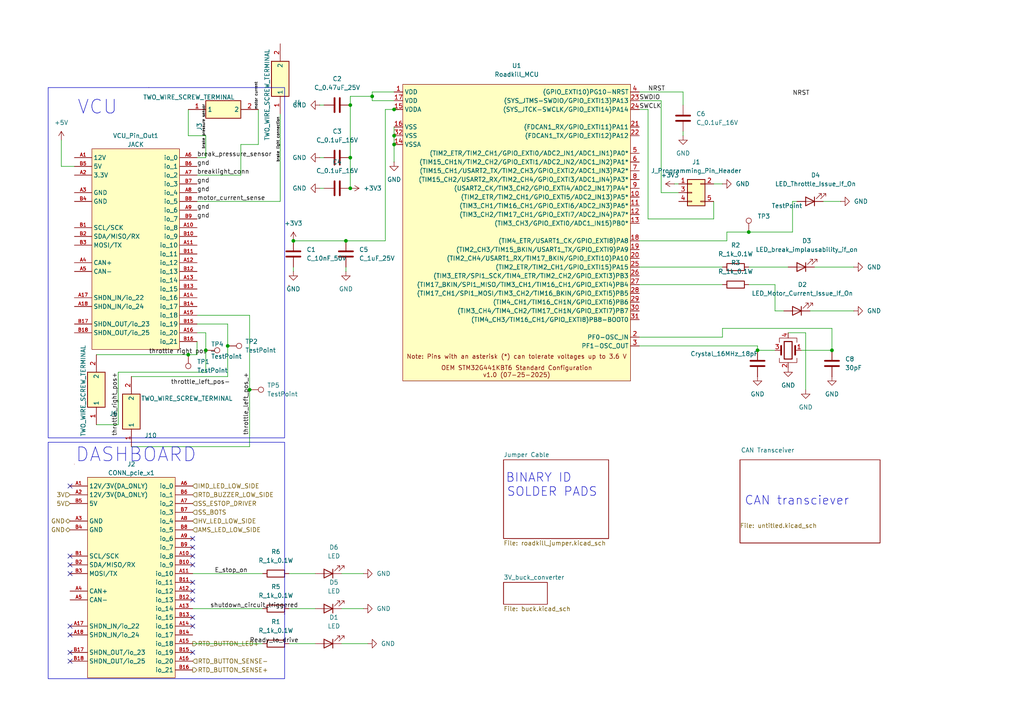
<source format=kicad_sch>
(kicad_sch (version 20250114) (generator "eeschema") (generator_version "9.0")
  (paper "A4")
  (lib_symbols
    (symbol "691412320002:TWO_WIRE_SCREW_TERMINAL"
      (property "Reference" "J" (at 3.81 7.112 0))
      (property "Value" "TWO_WIRE_SCREW_TERMINAL" (at 1.778 4.572 0))
      (symbol "TWO_WIRE_SCREW_TERMINAL_0_1"
        (rectangle (start 31.75 -6.35) (end 31.75 -6.35))
      )
      (symbol "TWO_WIRE_SCREW_TERMINAL_1_1"
        (rectangle (start 5.08 2.54) (end 15.24 -2.54) (stroke (width 0.254)) (fill (type background)))
        (pin passive line (at 0 0 0) (length 5.08) (name "2") (number "2"))
        (pin passive line (at 20.32 0 180) (length 5.08) (name "1") (number "1"))
      )
    )
    (symbol "Connector:TestPoint" (pin_numbers (hide yes)) (pin_names (offset 0.762) (hide yes))
      (property "Reference" "TP" (at 0 6.858 0))
      (property "Value" "TestPoint" (at 0 5.08 0))
      (symbol "TestPoint_0_1"
        (circle (center 0 3.302) (radius 0.762))
      )
      (symbol "TestPoint_1_1"
        (pin passive line (at 0 0 90) (length 2.54) (name "1") (number "1"))
      )
    )
    (symbol "Device:LED" (pin_numbers (hide yes)) (pin_names (offset 1.016) (hide yes))
      (property "Reference" "D" (at 0 2.54 0))
      (property "Value" "LED" (at 0 -2.54 0))
      (symbol "LED_0_1"
        (polyline (pts (xy -3.048 -0.762) (xy -4.572 -2.286) (xy -3.81 -2.286) (xy -4.572 -2.286) (xy -4.572 -1.524)))
        (polyline (pts (xy -1.778 -0.762) (xy -3.302 -2.286) (xy -2.54 -2.286) (xy -3.302 -2.286) (xy -3.302 -1.524)))
        (polyline (pts (xy -1.27 0) (xy 1.27 0)))
        (polyline (pts (xy -1.27 -1.27) (xy -1.27 1.27)) (stroke (width 0.254)))
        (polyline (pts (xy 1.27 -1.27) (xy 1.27 1.27) (xy -1.27 0) (xy 1.27 -1.27)) (stroke (width 0.254)))
      )
      (symbol "LED_1_1"
        (pin passive line (at -3.81 0 0) (length 2.54) (name "K") (number "1"))
        (pin passive line (at 3.81 0 180) (length 2.54) (name "A") (number "2"))
      )
    )
    (symbol "GND_14" (power) (pin_numbers (hide yes)) (pin_names (offset 0) (hide yes))
      (property "Value" "GND" (at 0 -3.81 0))
      (symbol "GND_14_0_1"
        (polyline (pts (xy 0 0) (xy 0 -1.27) (xy 1.27 -1.27) (xy 0 -2.54) (xy -1.27 -1.27) (xy 0 -1.27)))
      )
      (symbol "GND_14_1_1"
        (pin power_in line (at 0 0 270) (length 0) (name "~") (number "1"))
      )
    )
    (symbol "GND_15" (power) (pin_numbers (hide yes)) (pin_names (offset 0) (hide yes))
      (property "Value" "GND" (at 0 -3.81 0))
      (symbol "GND_15_0_1"
        (polyline (pts (xy 0 0) (xy 0 -1.27) (xy 1.27 -1.27) (xy 0 -2.54) (xy -1.27 -1.27) (xy 0 -1.27)))
      )
      (symbol "GND_15_1_1"
        (pin power_in line (at 0 0 270) (length 0) (name "~") (number "1"))
      )
    )
    (symbol "GND_16" (power) (pin_numbers (hide yes)) (pin_names (offset 0) (hide yes))
      (property "Value" "GND" (at 0 -3.81 0))
      (symbol "GND_16_0_1"
        (polyline (pts (xy 0 0) (xy 0 -1.27) (xy 1.27 -1.27) (xy 0 -2.54) (xy -1.27 -1.27) (xy 0 -1.27)))
      )
      (symbol "GND_16_1_1"
        (pin power_in line (at 0 0 270) (length 0) (name "~") (number "1"))
      )
    )
    (symbol "GND_17" (power) (pin_numbers (hide yes)) (pin_names (offset 0) (hide yes))
      (property "Value" "GND" (at 0 -3.81 0))
      (symbol "GND_17_0_1"
        (polyline (pts (xy 0 0) (xy 0 -1.27) (xy 1.27 -1.27) (xy 0 -2.54) (xy -1.27 -1.27) (xy 0 -1.27)))
      )
      (symbol "GND_17_1_1"
        (pin power_in line (at 0 0 270) (length 0) (name "~") (number "1"))
      )
    )
    (symbol "OEM:30pF" (pin_numbers (hide yes)) (pin_names (offset 0.254))
      (property "Reference" "C" (at 0.635 2.54 0))
      (property "Value" "30pF" (at 0.635 -2.54 0))
      (symbol "30pF_0_1"
        (polyline (pts (xy -2.032 0.762) (xy 2.032 0.762)) (stroke (width 0.508)))
        (polyline (pts (xy -2.032 -0.762) (xy 2.032 -0.762)) (stroke (width 0.508)))
      )
      (symbol "30pF_1_1"
        (pin passive line (at 0 3.81 270) (length 2.794) (name "~") (number "1"))
        (pin passive line (at 0 -3.81 90) (length 2.794) (name "~") (number "2"))
      )
    )
    (symbol "OEM:CONN_pcie_x1"
      (property "Reference" "J" (at 0 30.48 0))
      (property "Value" "CONN_pcie_x1" (at 0 27.94 0))
      (symbol "CONN_pcie_x1_0_1"
        (circle (center 44.45 -12.954) (radius 0.0001))
      )
      (symbol "CONN_pcie_x1_1_1"
        (rectangle (start -12.7 26.67) (end 12.7 -31.496) (fill (type background)))
        (pin bidirectional line (at -17.78 24.13 0) (length 5) (name "12V/3V(DA_ONLY)") (number "A1"))
        (pin bidirectional line (at -17.78 21.59 0) (length 5) (name "12V/3V(DA_ONLY)") (number "A2"))
        (pin bidirectional line (at -17.78 19.05 0) (length 5) (name "5V") (number "B5"))
        (pin bidirectional line (at -17.78 13.97 0) (length 5) (name "GND") (number "A3"))
        (pin bidirectional line (at -17.78 11.43 0) (length 5) (name "GND") (number "B4"))
        (pin bidirectional line (at -17.78 3.81 0) (length 5) (name "SCL/SCK") (number "B1"))
        (pin bidirectional line (at -17.78 1.27 0) (length 5) (name "SDA/MISO/RX") (number "B2"))
        (pin bidirectional line (at -17.78 -1.27 0) (length 5) (name "MOSI/TX") (number "B3"))
        (pin bidirectional line (at -17.78 -6.35 0) (length 5) (name "CAN+") (number "A4"))
        (pin bidirectional line (at -17.78 -8.89 0) (length 5) (name "CAN-") (number "A5"))
        (pin bidirectional line (at -17.78 -16.51 0) (length 5) (name "SHDN_IN/io_22") (number "A17"))
        (pin bidirectional line (at -17.78 -19.05 0) (length 5) (name "SHDN_IN/io_24") (number "A18"))
        (pin bidirectional line (at -17.78 -24.13 0) (length 5) (name "SHDN_OUT/io_23") (number "B17"))
        (pin bidirectional line (at -17.78 -26.67 0) (length 5) (name "SHDN_OUT/io_25") (number "B18"))
        (pin bidirectional line (at 17.78 24.13 180) (length 5) (name "io_0") (number "A6"))
        (pin bidirectional line (at 17.78 21.59 180) (length 5) (name "io_1") (number "B6"))
        (pin bidirectional line (at 17.78 19.05 180) (length 5) (name "io_2") (number "A7"))
        (pin bidirectional line (at 17.78 16.51 180) (length 5) (name "io_3") (number "B7"))
        (pin bidirectional line (at 17.78 13.97 180) (length 5) (name "io_4") (number "A8"))
        (pin bidirectional line (at 17.78 11.43 180) (length 5) (name "io_5") (number "B8"))
        (pin bidirectional line (at 17.78 8.89 180) (length 5) (name "io_6") (number "A9"))
        (pin bidirectional line (at 17.78 6.35 180) (length 5) (name "io_7") (number "B9"))
        (pin bidirectional line (at 17.78 3.81 180) (length 5) (name "io_8") (number "A10"))
        (pin bidirectional line (at 17.78 1.27 180) (length 5) (name "io_9") (number "B10"))
        (pin bidirectional line (at 17.78 -1.27 180) (length 5) (name "io_10") (number "A11"))
        (pin bidirectional line (at 17.78 -3.81 180) (length 5) (name "io_11") (number "B11"))
        (pin bidirectional line (at 17.78 -6.35 180) (length 5) (name "io_12") (number "A12"))
        (pin bidirectional line (at 17.78 -8.89 180) (length 5) (name "io_13") (number "B12"))
        (pin bidirectional line (at 17.78 -11.43 180) (length 5) (name "io_14") (number "A13"))
        (pin bidirectional line (at 17.78 -13.97 180) (length 5) (name "io_15") (number "B13"))
        (pin bidirectional line (at 17.78 -16.51 180) (length 5) (name "io_16") (number "A14"))
        (pin bidirectional line (at 17.78 -19.05 180) (length 5) (name "io_17") (number "B14"))
        (pin bidirectional line (at 17.78 -21.59 180) (length 5) (name "io_18") (number "A15"))
        (pin bidirectional line (at 17.78 -24.13 180) (length 5) (name "io_19") (number "B15"))
        (pin bidirectional line (at 17.78 -26.67 180) (length 5) (name "io_20") (number "A16"))
        (pin bidirectional line (at 17.78 -29.21 180) (length 5) (name "io_21") (number "B16"))
      )
    )
    (symbol "OEM:C_0.1uF_16V_0603" (pin_numbers (hide yes)) (pin_names (offset 0.254))
      (property "Reference" "C" (at 0.635 2.54 0))
      (property "Value" "C_0.1uF_16V" (at 0.635 -2.54 0))
      (symbol "C_0.1uF_16V_0603_0_1"
        (polyline (pts (xy -2.032 0.762) (xy 2.032 0.762)) (stroke (width 0.508)))
        (polyline (pts (xy -2.032 -0.762) (xy 2.032 -0.762)) (stroke (width 0.508)))
      )
      (symbol "C_0.1uF_16V_0603_1_1"
        (pin passive line (at 0 3.81 270) (length 2.794) (name "~") (number "1"))
        (pin passive line (at 0 -3.81 90) (length 2.794) (name "~") (number "2"))
      )
    )
    (symbol "OEM:C_0.47uF_25V_0603" (pin_numbers (hide yes)) (pin_names (offset 0.254))
      (property "Reference" "C" (at 0.635 2.54 0))
      (property "Value" "C_0.47uF_25V" (at 0.635 -2.54 0))
      (symbol "C_0.47uF_25V_0603_0_1"
        (polyline (pts (xy -2.032 0.762) (xy 2.032 0.762)) (stroke (width 0.508)))
        (polyline (pts (xy -2.032 -0.762) (xy 2.032 -0.762)) (stroke (width 0.508)))
      )
      (symbol "C_0.47uF_25V_0603_1_1"
        (pin passive line (at 0 3.81 270) (length 2.794) (name "~") (number "1"))
        (pin passive line (at 0 -3.81 90) (length 2.794) (name "~") (number "2"))
      )
    )
    (symbol "OEM:C_10nF_50V_0603" (pin_numbers (hide yes)) (pin_names (offset 0.254))
      (property "Reference" "C" (at 0.635 2.54 0))
      (property "Value" "C_10nF_50V" (at 0.635 -2.54 0))
      (symbol "C_10nF_50V_0603_0_1"
        (polyline (pts (xy -2.032 0.762) (xy 2.032 0.762)) (stroke (width 0.508)))
        (polyline (pts (xy -2.032 -0.762) (xy 2.032 -0.762)) (stroke (width 0.508)))
      )
      (symbol "C_10nF_50V_0603_1_1"
        (pin passive line (at 0 3.81 270) (length 2.794) (name "~") (number "1"))
        (pin passive line (at 0 -3.81 90) (length 2.794) (name "~") (number "2"))
      )
    )
    (symbol "OEM:C_1uF_25V_0603" (pin_numbers (hide yes)) (pin_names (offset 0.254))
      (property "Reference" "C" (at 0.635 2.54 0))
      (property "Value" "C_1uF_25V" (at 0.635 -2.54 0))
      (symbol "C_1uF_25V_0603_0_1"
        (polyline (pts (xy -2.032 0.762) (xy 2.032 0.762)) (stroke (width 0.508)))
        (polyline (pts (xy -2.032 -0.762) (xy 2.032 -0.762)) (stroke (width 0.508)))
      )
      (symbol "C_1uF_25V_0603_1_1"
        (pin passive line (at 0 3.81 270) (length 2.794) (name "~") (number "1"))
        (pin passive line (at 0 -3.81 90) (length 2.794) (name "~") (number "2"))
      )
    )
    (symbol "OEM:Crystal_16MHz_18pF" (pin_names (offset 1.016) (hide yes))
      (property "Reference" "Y" (at 3.175 5.08 0))
      (property "Value" "Crystal_16MHz_18pF" (at 3.175 3.175 0))
      (symbol "Crystal_16MHz_18pF_0_1"
        (polyline (pts (xy -2.54 2.286) (xy -2.54 3.556) (xy 2.54 3.556) (xy 2.54 2.286)))
        (polyline (pts (xy -2.54 0) (xy -2.032 0)))
        (polyline (pts (xy -2.54 -2.286) (xy -2.54 -3.556) (xy 2.54 -3.556) (xy 2.54 -2.286)))
        (polyline (pts (xy -2.032 -1.27) (xy -2.032 1.27)) (stroke (width 0.508)))
        (rectangle (start -1.143 2.54) (end 1.143 -2.54) (stroke (width 0.3048)))
        (polyline (pts (xy 0 3.556) (xy 0 3.81)))
        (polyline (pts (xy 0 -3.81) (xy 0 -3.556)))
        (polyline (pts (xy 2.032 0) (xy 2.54 0)))
        (polyline (pts (xy 2.032 -1.27) (xy 2.032 1.27)) (stroke (width 0.508)))
      )
      (symbol "Crystal_16MHz_18pF_1_1"
        (pin passive line (at -3.81 0 0) (length 1.27) (name "1") (number "1"))
        (pin passive line (at 0 5.08 270) (length 1.27) (name "2") (number "2"))
        (pin passive line (at 0 -5.08 90) (length 1.27) (name "4") (number "4"))
        (pin passive line (at 3.81 0 180) (length 1.27) (name "3") (number "3"))
      )
    )
    (symbol "OEM:D_LED_Red_0805" (pin_numbers (hide yes)) (pin_names (offset 1.016) (hide yes))
      (property "Reference" "D" (at 0 2.54 0))
      (property "Value" "D_Red_LED" (at 0 -2.54 0))
      (symbol "D_LED_Red_0805_0_1"
        (polyline (pts (xy -3.048 -0.762) (xy -4.572 -2.286) (xy -3.81 -2.286) (xy -4.572 -2.286) (xy -4.572 -1.524)))
        (polyline (pts (xy -1.778 -0.762) (xy -3.302 -2.286) (xy -2.54 -2.286) (xy -3.302 -2.286) (xy -3.302 -1.524)))
        (polyline (pts (xy -1.27 0) (xy 1.27 0)))
        (polyline (pts (xy -1.27 -1.27) (xy -1.27 1.27)) (stroke (width 0.254)))
        (polyline (pts (xy 1.27 -1.27) (xy 1.27 1.27) (xy -1.27 0) (xy 1.27 -1.27)) (stroke (width 0.254)))
      )
      (symbol "D_LED_Red_0805_1_1"
        (pin passive line (at -3.81 0 0) (length 2.54) (name "K") (number "1"))
        (pin passive line (at 3.81 0 180) (length 2.54) (name "A") (number "2"))
      )
    )
    (symbol "OEM:J_PCIe_x1"
      (property "Reference" "J" (at 0 30.48 0))
      (property "Value" "J_PCIe_x1" (at 0 27.94 0))
      (symbol "J_PCIe_x1_0_1"
        (circle (center 44.45 -12.954) (radius 0.0001))
      )
      (symbol "J_PCIe_x1_1_1"
        (rectangle (start -12.7 26.67) (end 12.7 -31.496) (fill (type background)))
        (pin bidirectional line (at -17.78 24.13 0) (length 5) (name "12V") (number "A1"))
        (pin bidirectional line (at -17.78 21.59 0) (length 5) (name "5V") (number "B5"))
        (pin bidirectional line (at -17.78 19.05 0) (length 5) (name "3.3V") (number "A2"))
        (pin bidirectional line (at -17.78 13.97 0) (length 5) (name "GND") (number "A3"))
        (pin bidirectional line (at -17.78 11.43 0) (length 5) (name "GND") (number "B4"))
        (pin bidirectional line (at -17.78 3.81 0) (length 5) (name "SCL/SCK") (number "B1"))
        (pin bidirectional line (at -17.78 1.27 0) (length 5) (name "SDA/MISO/RX") (number "B2"))
        (pin bidirectional line (at -17.78 -1.27 0) (length 5) (name "MOSI/TX") (number "B3"))
        (pin bidirectional line (at -17.78 -6.35 0) (length 5) (name "CAN+") (number "A4"))
        (pin bidirectional line (at -17.78 -8.89 0) (length 5) (name "CAN-") (number "A5"))
        (pin bidirectional line (at -17.78 -16.51 0) (length 5) (name "SHDN_IN/io_22") (number "A17"))
        (pin bidirectional line (at -17.78 -19.05 0) (length 5) (name "SHDN_IN/io_24") (number "A18"))
        (pin bidirectional line (at -17.78 -24.13 0) (length 5) (name "SHDN_OUT/io_23") (number "B17"))
        (pin bidirectional line (at -17.78 -26.67 0) (length 5) (name "SHDN_OUT/io_25") (number "B18"))
        (pin bidirectional line (at 17.78 24.13 180) (length 5) (name "io_0") (number "A6"))
        (pin bidirectional line (at 17.78 21.59 180) (length 5) (name "io_1") (number "B6"))
        (pin bidirectional line (at 17.78 19.05 180) (length 5) (name "io_2") (number "A7"))
        (pin bidirectional line (at 17.78 16.51 180) (length 5) (name "io_3") (number "B7"))
        (pin bidirectional line (at 17.78 13.97 180) (length 5) (name "io_4") (number "A8"))
        (pin bidirectional line (at 17.78 11.43 180) (length 5) (name "io_5") (number "B8"))
        (pin bidirectional line (at 17.78 8.89 180) (length 5) (name "io_6") (number "A9"))
        (pin bidirectional line (at 17.78 6.35 180) (length 5) (name "io_7") (number "B9"))
        (pin bidirectional line (at 17.78 3.81 180) (length 5) (name "io_8") (number "A10"))
        (pin bidirectional line (at 17.78 1.27 180) (length 5) (name "io_9") (number "B10"))
        (pin bidirectional line (at 17.78 -1.27 180) (length 5) (name "io_10") (number "A11"))
        (pin bidirectional line (at 17.78 -3.81 180) (length 5) (name "io_11") (number "B11"))
        (pin bidirectional line (at 17.78 -6.35 180) (length 5) (name "io_12") (number "A12"))
        (pin bidirectional line (at 17.78 -8.89 180) (length 5) (name "io_13") (number "B12"))
        (pin bidirectional line (at 17.78 -11.43 180) (length 5) (name "io_14") (number "A13"))
        (pin bidirectional line (at 17.78 -13.97 180) (length 5) (name "io_15") (number "B13"))
        (pin bidirectional line (at 17.78 -16.51 180) (length 5) (name "io_16") (number "A14"))
        (pin bidirectional line (at 17.78 -19.05 180) (length 5) (name "io_17") (number "B14"))
        (pin bidirectional line (at 17.78 -21.59 180) (length 5) (name "io_18") (number "A15"))
        (pin bidirectional line (at 17.78 -24.13 180) (length 5) (name "io_19") (number "B15"))
        (pin bidirectional line (at 17.78 -26.67 180) (length 5) (name "io_20") (number "A16"))
        (pin bidirectional line (at 17.78 -29.21 180) (length 5) (name "io_21") (number "B16"))
      )
    )
    (symbol "OEM:J_Programming_Pin_Header" (pin_names (offset 1.016) (hide yes))
      (property "Reference" "J" (at 1.27 5.08 0))
      (property "Value" "J_Programming_Pin_Header" (at 1.27 -5.08 0))
      (symbol "J_Programming_Pin_Header_1_1"
        (rectangle (start -1.27 3.81) (end 3.81 -3.81) (stroke (width 0.254)) (fill (type background)))
        (rectangle (start -1.27 2.667) (end 0 2.413) (stroke (width 0.1524)))
        (rectangle (start -1.27 0.127) (end 0 -0.127) (stroke (width 0.1524)))
        (rectangle (start -1.27 -2.413) (end 0 -2.667) (stroke (width 0.1524)))
        (rectangle (start 3.81 2.667) (end 2.54 2.413) (stroke (width 0.1524)))
        (rectangle (start 3.81 -2.413) (end 2.54 -2.667) (stroke (width 0.1524)))
        (pin passive line (at -3.81 2.54 0) (length 2.54) (name "Pin_1") (number "1"))
        (pin passive line (at -3.81 0 0) (length 2.54) (name "Pin_3") (number "3"))
        (pin passive line (at -3.81 -2.54 0) (length 2.54) (name "Pin_4") (number "4"))
        (pin passive line (at 6.35 2.54 180) (length 2.54) (name "Pin_2") (number "2"))
        (pin passive line (at 6.35 -2.54 180) (length 2.54) (name "Pin_5") (number "5"))
      )
    )
    (symbol "OEM:R_1k_0.1W_0603" (pin_numbers (hide yes)) (pin_names (offset 0))
      (property "Reference" "R" (at 2.032 0 90))
      (property "Value" "R_1k_0.1W" (at 0 0 90))
      (symbol "R_1k_0.1W_0603_0_1"
        (rectangle (start -1.016 -2.54) (end 1.016 2.54) (stroke (width 0.254)))
      )
      (symbol "R_1k_0.1W_0603_1_1"
        (pin passive line (at 0 3.81 270) (length 1.27) (name "~") (number "1"))
        (pin passive line (at 0 -3.81 90) (length 1.27) (name "~") (number "2"))
      )
    )
    (symbol "OEM:U_MCU_STM32G441KBT6_32-LQFP"
      (property "Reference" "U" (at 0 47.244 0))
      (property "Value" "STM32G441KBT6" (at 0 44.704 0))
      (symbol "U_MCU_STM32G441KBT6_32-LQFP_1_1"
        (rectangle (start -33.02 42.8625) (end 33.02 -43.1799) (fill (type color) (color 255 255 194 1)))
        (text "Note: Pins with an asterisk (*) can tolerate voltages up to 3.6 V\n" (at 0 -36.068 0) (effects (font (size 1.27 1.27))))
        (text "OEM STM32G441KBT6 Standard Configuration\nv1.0 (07-25-2025)" (at 0 -40.386 0) (effects (font (size 1.27 1.27))))
        (pin power_in line (at -35.56 40.64 0) (length 2.54) (name "VDD") (number "1"))
        (pin power_in line (at -35.56 38.1 0) (length 2.54) (name "VDD") (number "17"))
        (pin power_in line (at -35.56 35.56 0) (length 2.54) (name "VDDA") (number "15"))
        (pin power_in line (at -35.56 30.48 0) (length 2.54) (name "VSS") (number "16"))
        (pin power_in line (at -35.56 27.94 0) (length 2.54) (name "VSS") (number "32"))
        (pin power_in line (at -35.56 25.4 0) (length 2.54) (name "VSSA") (number "14"))
        (pin bidirectional line (at 35.56 40.64 180) (length 2.54) (name "(GPIO_EXTI10)PG10-NRST") (number "4"))
        (pin bidirectional line (at 35.56 38.1 180) (length 2.54) (name "(SYS_JTMS-SWDIO/GPIO_EXTI13)PA13") (number "23"))
        (pin bidirectional line (at 35.56 35.56 180) (length 2.54) (name "(SYS_JTCK-SWCLK/GPIO_EXTI14)PA14") (number "24"))
        (pin bidirectional line (at 35.56 30.48 180) (length 2.54) (name "(FDCAN1_RX/GPIO_EXTI11)PA11") (number "21"))
        (pin bidirectional line (at 35.56 27.94 180) (length 2.54) (name "(FDCAN1_TX/GPIO_EXTI12)PA12") (number "22"))
        (pin bidirectional line (at 35.56 22.86 180) (length 2.54) (name "(TIM2_ETR/TIM2_CH1/GPIO_EXTI0/ADC2_IN1/ADC1_IN1)PA0*") (number "5"))
        (pin bidirectional line (at 35.56 20.32 180) (length 2.54) (name "(TIM15_CH1N/TIM2_CH2/GPIO_EXTI1/ADC2_IN2/ADC1_IN2)PA1*") (number "6"))
        (pin bidirectional line (at 35.56 17.78 180) (length 2.54) (name "(TIM15_CH1/USART2_TX/TIM2_CH3/GPIO_EXTI2/ADC1_IN3)PA2*") (number "7"))
        (pin bidirectional line (at 35.56 15.24 180) (length 2.54) (name "(TIM15_CH2/USART2_RX/TIM2_CH4/GPIO_EXTI3/ADC1_IN4)PA3*") (number "8"))
        (pin bidirectional line (at 35.56 12.7 180) (length 2.54) (name "(USART2_CK/TIM3_CH2/GPIO_EXTI4/ADC2_IN17)PA4*") (number "9"))
        (pin bidirectional line (at 35.56 10.16 180) (length 2.54) (name "(TIM2_ETR/TIM2_CH1/GPIO_EXTI5/ADC2_IN13)PA5*") (number "10"))
        (pin bidirectional line (at 35.56 7.62 180) (length 2.54) (name "(TIM3_CH1/TIM16_CH1/GPIO_EXTI6/ADC2_IN3)PA6*") (number "11"))
        (pin bidirectional line (at 35.56 5.08 180) (length 2.54) (name "(TIM3_CH2/TIM17_CH1/GPIO_EXTI7/ADC2_IN4)PA7*") (number "12"))
        (pin bidirectional line (at 35.56 2.54 180) (length 2.54) (name "(TIM3_CH3/GPIO_EXTI0/ADC1_IN15)PB0*") (number "13"))
        (pin bidirectional line (at 35.56 -2.54 180) (length 2.54) (name "(TIM4_ETR/USART1_CK/GPIO_EXTI8)PA8") (number "18"))
        (pin bidirectional line (at 35.56 -5.08 180) (length 2.54) (name "(TIM2_CH3/TIM15_BKIN/USART1_TX/GPIO_EXTI9)PA9") (number "19"))
        (pin bidirectional line (at 35.56 -7.62 180) (length 2.54) (name "(TIM2_CH4/USART1_RX/TIM17_BKIN/GPIO_EXTI10)PA10") (number "20"))
        (pin bidirectional line (at 35.56 -10.16 180) (length 2.54) (name "(TIM2_ETR/TIM2_CH1/GPIO_EXTI15)PA15") (number "25"))
        (pin bidirectional line (at 35.56 -12.7 180) (length 2.54) (name "(TIM3_ETR/SPI1_SCK/TIM4_ETR/TIM2_CH2/GPIO_EXTI3)PB3") (number "26"))
        (pin bidirectional line (at 35.56 -15.24 180) (length 2.54) (name "(TIM17_BKIN/SPI1_MISO/TIM3_CH1/TIM16_CH1/GPIO_EXTI4)PB4") (number "27"))
        (pin bidirectional line (at 35.56 -17.78 180) (length 2.54) (name "(TIM17_CH1/SPI1_MOSI/TIM3_CH2/TIM16_BKIN/GPIO_EXTI5)PB5") (number "28"))
        (pin bidirectional line (at 35.56 -20.32 180) (length 2.54) (name "(TIM4_CH1/TIM16_CH1N/GPIO_EXTI6)PB6") (number "29"))
        (pin bidirectional line (at 35.56 -22.86 180) (length 2.54) (name "(TIM3_CH4/TIM4_CH2/TIM17_CH1N/GPIO_EXTI7)PB7") (number "30"))
        (pin bidirectional line (at 35.56 -25.4 180) (length 2.54) (name "(TIM4_CH3/TIM16_CH1/GPIO_EXTI8)PB8-BOOT0") (number "31"))
        (pin bidirectional line (at 35.56 -30.48 180) (length 2.54) (name "PF0-OSC_IN") (number "2"))
        (pin bidirectional line (at 35.56 -33.02 180) (length 2.54) (name "PF1-OSC_OUT") (number "3"))
      )
    )
    (symbol "TWO_WIRE_SCREW_TERMINAL_1"
      (property "Reference" "J10" (at 17.0814 3.81 90))
      (property "Value" "TWO_WIRE_SCREW_TERMINAL" (at 6.35 2.794 90))
      (symbol "TWO_WIRE_SCREW_TERMINAL_1_0_1"
        (rectangle (start 31.75 -6.35) (end 31.75 -6.35))
      )
      (symbol "TWO_WIRE_SCREW_TERMINAL_1_1_1"
        (rectangle (start 5.08 2.54) (end 15.24 -2.54) (stroke (width 0.254)) (fill (type background)))
        (pin passive line (at 0 0 0) (length 5.08) (name "2") (number "2"))
        (pin passive line (at 20.32 0 180) (length 5.08) (name "1") (number "1"))
      )
    )
    (symbol "power:+3V3" (power) (pin_numbers (hide yes)) (pin_names (offset 0) (hide yes))
      (property "Value" "+3V3" (at 0 3.556 0))
      (symbol "+3V3_0_1"
        (polyline (pts (xy -0.762 1.27) (xy 0 2.54)))
        (polyline (pts (xy 0 2.54) (xy 0.762 1.27)))
        (polyline (pts (xy 0 0) (xy 0 2.54)))
      )
      (symbol "+3V3_1_1"
        (pin power_in line (at 0 0 90) (length 0) (name "~") (number "1"))
      )
    )
    (symbol "power:+5V" (power) (pin_numbers (hide yes)) (pin_names (offset 0) (hide yes))
      (property "Value" "+5V" (at 0 3.556 0))
      (symbol "+5V_0_1"
        (polyline (pts (xy -0.762 1.27) (xy 0 2.54)))
        (polyline (pts (xy 0 2.54) (xy 0.762 1.27)))
        (polyline (pts (xy 0 0) (xy 0 2.54)))
      )
      (symbol "+5V_1_1"
        (pin power_in line (at 0 0 90) (length 0) (name "~") (number "1"))
      )
    )
    (symbol "power:GND" (power) (pin_numbers (hide yes)) (pin_names (offset 0) (hide yes))
      (property "Value" "GND" (at 0 -3.81 0))
      (symbol "GND_0_1"
        (polyline (pts (xy 0 0) (xy 0 -1.27) (xy 1.27 -1.27) (xy 0 -2.54) (xy -1.27 -1.27) (xy 0 -1.27)))
      )
      (symbol "GND_1_1"
        (pin power_in line (at 0 0 270) (length 0) (name "~") (number "1"))
      )
    )
  )
  (rectangle (start 13.97 128.27) (end 82.55 196.85))
  (rectangle (start 13.97 25.4) (end 82.55 127))
  (text "DASHBOARD" (at 21.844 134.366 0) (effects (font (size 4 4)) (justify left bottom)))
  (text "BINARY ID \n   SOLDER PADS" (at 157.226 140.716 0) (effects (font (size 2.54 2.54))))
  (text "VCU" (at 22.352 33.528 0) (effects (font (size 4 4)) (justify left bottom)))
  (text "CAN transciever" (at 231.14 145.288 0) (effects (font (size 2.54 2.54))))
  (junction (at 54.61 102.87))
  (junction (at 101.6 45.72))
  (junction (at 114.3 39.37))
  (junction (at 241.3 101.6))
  (junction (at 85.09 69.85))
  (junction (at 114.3 31.75))
  (junction (at 114.3 41.91))
  (junction (at 101.6 54.61))
  (junction (at 219.71 101.6))
  (junction (at 100.33 69.85))
  (junction (at 217.17 67.31))
  (junction (at 66.04 100.33))
  (junction (at 107.95 27.94))
  (junction (at 59.69 101.6))
  (junction (at 72.39 113.03))
  (junction (at 101.6 30.48))
  (no_connect (at 55.88 179.07))
  (no_connect (at 55.88 173.99))
  (no_connect (at 55.88 158.75))
  (no_connect (at 55.88 161.29))
  (no_connect (at 20.32 140.97))
  (no_connect (at 55.88 189.23))
  (no_connect (at 20.32 161.29))
  (no_connect (at 55.88 181.61))
  (no_connect (at 20.32 184.15))
  (no_connect (at 55.88 163.83))
  (no_connect (at 20.32 189.23))
  (no_connect (at 20.32 191.77))
  (no_connect (at 20.32 163.83))
  (no_connect (at 20.32 166.37))
  (no_connect (at 20.32 181.61))
  (no_connect (at 55.88 168.91))
  (no_connect (at 55.88 171.45))
  (no_connect (at 55.88 156.21))
  (wire (pts (xy 209.55 95.25) (xy 241.3 95.25)))
  (wire (pts (xy 59.69 96.52) (xy 59.69 101.6)))
  (wire (pts (xy 55.88 166.37) (xy 76.2 166.37)))
  (wire (pts (xy 54.61 102.87) (xy 57.15 102.87)))
  (wire (pts (xy 191.77 29.21) (xy 191.77 55.88)))
  (wire (pts (xy 232.41 101.6) (xy 241.3 101.6)))
  (wire (pts (xy 92.71 45.72) (xy 93.98 45.72)))
  (wire (pts (xy 187.96 63.5) (xy 187.96 31.75)))
  (wire (pts (xy 83.82 186.69) (xy 91.44 186.69)))
  (wire (pts (xy 34.29 107.95) (xy 59.69 107.95)))
  (wire (pts (xy 59.69 39.37) (xy 59.69 45.72)))
  (wire (pts (xy 72.39 113.03) (xy 72.39 129.54)))
  (wire (pts (xy 207.01 63.5) (xy 187.96 63.5)))
  (wire (pts (xy 224.79 90.17) (xy 227.33 90.17)))
  (wire (pts (xy 85.09 78.74) (xy 85.09 77.47)))
  (wire (pts (xy 57.15 45.72) (xy 59.69 45.72)))
  (wire (pts (xy 69.85 41.91) (xy 69.85 50.8)))
  (wire (pts (xy 85.09 69.85) (xy 100.33 69.85)))
  (wire (pts (xy 107.95 29.21) (xy 114.3 29.21)))
  (wire (pts (xy 233.68 96.52) (xy 228.6 96.52)))
  (wire (pts (xy 229.87 67.31) (xy 217.17 67.31)))
  (wire (pts (xy 83.82 176.53) (xy 91.44 176.53)))
  (wire (pts (xy 92.71 30.48) (xy 93.98 30.48)))
  (wire (pts (xy 92.71 54.61) (xy 93.98 54.61)))
  (wire (pts (xy 185.42 100.33) (xy 219.71 100.33)))
  (wire (pts (xy 107.95 29.21) (xy 107.95 27.94)))
  (wire (pts (xy 99.06 176.53) (xy 105.41 176.53)))
  (wire (pts (xy 57.15 93.98) (xy 66.04 93.98)))
  (wire (pts (xy 210.82 67.31) (xy 217.17 67.31)))
  (wire (pts (xy 219.71 100.33) (xy 219.71 101.6)))
  (wire (pts (xy 66.04 100.33) (xy 66.04 109.22)))
  (wire (pts (xy 111.76 31.75) (xy 111.76 69.85)))
  (wire (pts (xy 195.58 53.34) (xy 196.85 53.34)))
  (wire (pts (xy 74.93 41.91) (xy 69.85 41.91)))
  (wire (pts (xy 101.6 27.94) (xy 101.6 30.48)))
  (wire (pts (xy 34.29 107.95) (xy 34.29 123.19)))
  (wire (pts (xy 224.79 90.17) (xy 224.79 82.55)))
  (wire (pts (xy 100.33 69.85) (xy 111.76 69.85)))
  (wire (pts (xy 57.15 91.44) (xy 72.39 91.44)))
  (wire (pts (xy 99.06 186.69) (xy 106.68 186.69)))
  (wire (pts (xy 27.94 102.87) (xy 54.61 102.87)))
  (wire (pts (xy 81.28 33.02) (xy 81.28 58.42)))
  (wire (pts (xy 219.71 101.6) (xy 224.79 101.6)))
  (wire (pts (xy 101.6 45.72) (xy 101.6 54.61)))
  (wire (pts (xy 114.3 41.91) (xy 114.3 46.99)))
  (wire (pts (xy 185.42 26.67) (xy 198.12 26.67)))
  (wire (pts (xy 185.42 29.21) (xy 191.77 29.21)))
  (wire (pts (xy 17.78 40.64) (xy 17.78 48.26)))
  (wire (pts (xy 115.57 31.75) (xy 114.3 31.75)))
  (wire (pts (xy 234.95 90.17) (xy 247.65 90.17)))
  (wire (pts (xy 238.76 58.42) (xy 243.84 58.42)))
  (wire (pts (xy 114.3 31.75) (xy 111.76 31.75)))
  (wire (pts (xy 107.95 26.67) (xy 114.3 26.67)))
  (wire (pts (xy 207.01 53.34) (xy 209.55 53.34)))
  (wire (pts (xy 224.79 82.55) (xy 217.17 82.55)))
  (wire (pts (xy 21.59 48.26) (xy 17.78 48.26)))
  (wire (pts (xy 59.69 39.37) (xy 54.61 39.37)))
  (wire (pts (xy 236.22 77.47) (xy 247.65 77.47)))
  (wire (pts (xy 59.69 96.52) (xy 57.15 96.52)))
  (wire (pts (xy 114.3 39.37) (xy 114.3 41.91)))
  (wire (pts (xy 83.82 166.37) (xy 91.44 166.37)))
  (wire (pts (xy 185.42 77.47) (xy 209.55 77.47)))
  (wire (pts (xy 233.68 113.03) (xy 233.68 96.52)))
  (wire (pts (xy 66.04 93.98) (xy 66.04 100.33)))
  (wire (pts (xy 185.42 69.85) (xy 210.82 69.85)))
  (wire (pts (xy 217.17 77.47) (xy 228.6 77.47)))
  (wire (pts (xy 100.33 78.74) (xy 100.33 77.47)))
  (wire (pts (xy 114.3 36.83) (xy 114.3 39.37)))
  (wire (pts (xy 107.95 27.94) (xy 101.6 27.94)))
  (wire (pts (xy 229.87 58.42) (xy 231.14 58.42)))
  (wire (pts (xy 191.77 55.88) (xy 196.85 55.88)))
  (wire (pts (xy 207.01 58.42) (xy 207.01 63.5)))
  (wire (pts (xy 55.88 186.69) (xy 76.2 186.69)))
  (wire (pts (xy 210.82 69.85) (xy 210.82 67.31)))
  (wire (pts (xy 187.96 31.75) (xy 185.42 31.75)))
  (wire (pts (xy 57.15 58.42) (xy 81.28 58.42)))
  (wire (pts (xy 38.1 129.54) (xy 72.39 129.54)))
  (wire (pts (xy 241.3 101.6) (xy 241.3 95.25)))
  (wire (pts (xy 27.94 123.19) (xy 34.29 123.19)))
  (wire (pts (xy 185.42 82.55) (xy 209.55 82.55)))
  (wire (pts (xy 99.06 166.37) (xy 105.41 166.37)))
  (wire (pts (xy 209.55 97.79) (xy 209.55 95.25)))
  (wire (pts (xy 107.95 26.67) (xy 107.95 27.94)))
  (wire (pts (xy 101.6 30.48) (xy 101.6 45.72)))
  (wire (pts (xy 55.88 176.53) (xy 76.2 176.53)))
  (wire (pts (xy 57.15 99.06) (xy 57.15 102.87)))
  (wire (pts (xy 198.12 38.1) (xy 198.12 39.37)))
  (wire (pts (xy 72.39 91.44) (xy 72.39 113.03)))
  (wire (pts (xy 198.12 26.67) (xy 198.12 30.48)))
  (wire (pts (xy 57.15 50.8) (xy 69.85 50.8)))
  (wire (pts (xy 59.69 101.6) (xy 59.69 107.95)))
  (wire (pts (xy 38.1 109.22) (xy 66.04 109.22)))
  (wire (pts (xy 54.61 31.75) (xy 54.61 39.37)))
  (wire (pts (xy 229.87 58.42) (xy 229.87 67.31)))
  (wire (pts (xy 209.55 97.79) (xy 185.42 97.79)))
  (wire (pts (xy 74.93 31.75) (xy 74.93 41.91)))
  (label "Ready_to_drive" (at 72.39 186.69 0))
  (label "gnd" (at 57.15 53.34 0))
  (label "NRST" (at 187.96 26.67 0))
  (label "motor_current_sense" (at 57.15 58.42 0))
  (label "SWDIO" (at 185.42 29.21 0))
  (label "brake light connection" (at 81.28 46.99 90) (effects (font (size 0.762 0.762))))
  (label "throttle right pos -" (at 43.18 102.87 0))
  (label "throttle_right_pos+" (at 34.29 107.95 270))
  (label "gnd" (at 57.15 63.5 0))
  (label "throttle_left_pos-" (at 49.53 111.76 0))
  (label "NRST" (at 229.87 27.94 0))
  (label "brake pressure sensor" (at 59.69 43.18 90) (effects (font (size 0.762 0.762))))
  (label "break_pressure_sensor" (at 57.15 45.72 0))
  (label "gnd" (at 57.15 55.88 0))
  (label "breaklight_conn" (at 57.15 50.8 0))
  (label "gnd" (at 57.15 60.96 0))
  (label "E_stop_on" (at 62.23 166.37 0))
  (label "throttle_left_pos_+" (at 72.39 107.95 270))
  (label "motor current" (at 74.93 31.75 90) (effects (font (size 0.762 0.762))))
  (label "SWCLK" (at 185.42 31.75 0))
  (label "shutdown_circuit_triggered" (at 60.96 176.53 0))
  (label "gnd" (at 57.15 48.26 0))
  (hierarchical_label "RTD_BUTTON_SENSE-" (shape input) (at 55.88 191.77 0))
  (hierarchical_label "IMD_LED_LOW_SIDE" (shape input) (at 55.88 140.97 0))
  (hierarchical_label "SS_ESTOP_DRIVER" (shape input) (at 55.88 146.05 0))
  (hierarchical_label "RTD_BUZZER_LOW_SIDE" (shape input) (at 55.88 143.51 0))
  (hierarchical_label "5V" (shape input) (at 20.32 146.05 180))
  (hierarchical_label "SS_BOTS" (shape input) (at 55.88 148.59 0))
  (hierarchical_label "RTD_BUTTON_LED+" (shape output) (at 55.88 186.69 0))
  (hierarchical_label "HV_LED_LOW_SIDE" (shape input) (at 55.88 151.13 0))
  (hierarchical_label "GND" (shape bidirectional) (at 20.32 151.13 180))
  (hierarchical_label "3V" (shape input) (at 20.32 143.51 180))
  (hierarchical_label "GND" (shape bidirectional) (at 20.32 153.67 180))
  (hierarchical_label "AMS_LED_LOW_SIDE" (shape input) (at 55.88 153.67 0))
  (hierarchical_label "RTD_BUTTON_SENSE+" (shape output) (at 55.88 194.31 0))
  (symbol (lib_id "Device:LED") (at 95.25 186.69 180) (unit 1)
    (property "Reference" "D1" (at 96.8375 179.07 0))
    (property "Value" "LED" (at 96.8375 181.61 0))
    (property "Description" "Light emitting diode" (effects (hide yes)))
    (property "Sim.Pins" "1=K 2=A" (effects (hide yes)))
  )
  (symbol (lib_id "power:GND") (at 114.3 46.99 0) (unit 1)
    (property "Reference" "#PWR0114" (effects (hide yes)))
    (property "Value" "GND" (at 114.3 52.07 0))
    (property "Description" "Power symbol creates a global label with name \"GND\" , ground" (effects (hide yes)))
  )
  (symbol (lib_id "OEM:C_0.1uF_16V_0603") (at 97.79 45.72 90) (unit 1)
    (property "Reference" "C3" (at 97.79 38.1 90))
    (property "Value" "C_0.1uF_16V" (at 97.79 40.64 90))
    (property "Footprint" "OEM:C_0603_1608Metric" (effects (hide yes)))
    (property "Datasheet" "https://www.mouser.com/datasheet/3/72/1/KEM_C1005_Y5V_SMD.pdf" (effects (hide yes)))
    (property "Description" "CAP CER 0.1UF 16V Y5V 0603" (effects (hide yes)))
    (property "MPN" "C0603C104Z4VACTU" (effects (hide yes)))
  )
  (symbol (lib_id "OEM:CONN_pcie_x1") (at 38.1 165.1 0) (unit 1)
    (property "Reference" "J2" (at 38.1 134.62 0))
    (property "Value" "CONN_pcie_x1" (at 38.1 137.16 0))
    (property "Footprint" "OEM:te_pcie_x1_connector" (effects (hide yes)))
    (property "Datasheet" "https://www.te.com/commerce/DocumentDelivery/DDEController?Action=showdoc&DocId=Data+Sheet%7F4-1773442-7%7F0308%7Fpdf%7FEnglish%7FENG_DS_4-1773442-7_0308.pdf%7F2-1761465-1" (effects (hide yes)))
    (property "Description" "Interface used to connect daugterboards to Mk.VII's motherboards" (effects (hide yes)))
  )
  (symbol (lib_id "power:+3V3") (at 195.58 53.34 90) (unit 1)
    (property "Reference" "#PWR0101" (effects (hide yes)))
    (property "Value" "+3V3" (at 194.31 50.8 90))
    (property "Description" "Power symbol creates a global label with name \"+3V3\"" (effects (hide yes)))
  )
  (symbol (lib_name "TWO_WIRE_SCREW_TERMINAL_1") (lib_id "691412320002:TWO_WIRE_SCREW_TERMINAL") (at 38.1 109.22 270) (unit 1)
    (property "Reference" "J10" (at 41.91 126.3014 90) (effects (justify left)))
    (property "Value" "TWO_WIRE_SCREW_TERMINAL" (at 40.894 115.57 90) (effects (justify left)))
    (property "Footprint" "OEM:TAD05021LG" (effects (hide yes)))
    (property "Datasheet" "https://www.mouser.com/datasheet/3/1507/1/tad05.pdf" (effects (hide yes)))
    (property "Description" "WR-TBL Terminal block - Screwless Push IN - THT MRT24P3.81/2V01GR Serie 4123 - 3,81mm pitch - Modular THT - Grey - 45 cable entry Screwless Push In 13.2mm height - 02p" (effects (hide yes)))
    (property "Mouser Part Number" "710-691412320002" (effects (hide yes)))
    (property "Mouser Price/Stock" "https://www.mouser.co.uk/ProductDetail/Wurth-Elektronik/691412320002?qs=lBTPRtX1sU8RrNs89OcR%252BA%3D%3D" (effects (hide yes)))
    (property "Manufacturer_Name" "Wurth Elektronik" (effects (hide yes)))
    (property "Manufacturer_Part_Number" "691412320002" (effects (hide yes)))
  )
  (symbol (lib_id "power:GND") (at 198.12 39.37 0) (unit 1)
    (property "Reference" "#PWR0112" (effects (hide yes)))
    (property "Value" "GND" (at 198.12 44.45 0))
    (property "Description" "Power symbol creates a global label with name \"GND\" , ground" (effects (hide yes)))
  )
  (symbol (lib_id "OEM:30pF") (at 241.3 105.41 0) (unit 1)
    (property "Reference" "C8" (at 245.11 104.1399 0) (effects (justify left)))
    (property "Value" "30pF" (at 245.11 106.6799 0) (effects (justify left)))
    (property "Footprint" "OEM:C_0603" (effects (hide yes)))
    (property "Datasheet" "https://www.seielect.com/Catalog/SEI-CML.PDF" (effects (hide yes)))
    (property "Description" "Unpolarized capacitor 30pf 5% 50V C0G NP0 0603" (effects (hide yes)))
    (property "MPN" "CML0603C0G300JT50V" (effects (hide yes)))
    (property "MFN" "Stackpole Electronics" (effects (hide yes)))
    (property "DKPN" "738-CML0603C0G300JT50VDKR-ND" (effects (hide yes)))
    (property "NewDesigns" "YES" (effects (hide yes)))
    (property "Stocked" "Digi-Reel" (effects (hide yes)))
    (property "Package" "0603" (effects (hide yes)))
    (property "Style" "SMD" (effects (hide yes)))
  )
  (symbol (lib_id "Device:LED") (at 95.25 166.37 180) (unit 1)
    (property "Reference" "D6" (at 96.8375 158.75 0))
    (property "Value" "LED" (at 96.8375 161.29 0))
    (property "Description" "Light emitting diode" (effects (hide yes)))
    (property "Sim.Pins" "1=K 2=A" (effects (hide yes)))
  )
  (symbol (lib_id "Device:LED") (at 232.41 77.47 180) (unit 1)
    (property "Reference" "D3" (at 233.9975 69.85 0))
    (property "Value" "LED_break_implausability_if_on" (at 233.9975 72.39 0))
    (property "Description" "Light emitting diode" (effects (hide yes)))
    (property "Sim.Pins" "1=K 2=A" (effects (hide yes)))
  )
  (symbol (lib_id "Device:LED") (at 95.25 176.53 180) (unit 1)
    (property "Reference" "D5" (at 96.8375 168.91 0))
    (property "Value" "LED" (at 96.8375 171.45 0))
    (property "Description" "Light emitting diode" (effects (hide yes)))
    (property "Sim.Pins" "1=K 2=A" (effects (hide yes)))
  )
  (symbol (lib_id "Connector:TestPoint") (at 217.17 67.31 0) (unit 1)
    (property "Reference" "TP3" (at 219.71 62.7379 0) (effects (justify left)))
    (property "Value" "TestPoint" (at 223.774 59.69 0) (effects (justify left)))
    (property "Description" "test point" (effects (hide yes)))
  )
  (symbol (lib_id "691412320002:TWO_WIRE_SCREW_TERMINAL") (at 27.94 102.87 270) (unit 1)
    (property "Reference" "J6" (at 31.75 119.9514 90) (effects (justify left)))
    (property "Value" "TWO_WIRE_SCREW_TERMINAL" (at 24.13 100.076 0) (effects (justify left)))
    (property "Footprint" "OEM:TAD05021LG" (effects (hide yes)))
    (property "Datasheet" "https://www.mouser.com/datasheet/3/1507/1/tad05.pdf" (effects (hide yes)))
    (property "Description" "WR-TBL Terminal block - Screwless Push IN - THT MRT24P3.81/2V01GR Serie 4123 - 3,81mm pitch - Modular THT - Grey - 45 cable entry Screwless Push In 13.2mm height - 02p" (effects (hide yes)))
    (property "Mouser Part Number" "710-691412320002" (effects (hide yes)))
    (property "Mouser Price/Stock" "https://www.mouser.co.uk/ProductDetail/Wurth-Elektronik/691412320002?qs=lBTPRtX1sU8RrNs89OcR%252BA%3D%3D" (effects (hide yes)))
    (property "Manufacturer_Name" "Wurth Elektronik" (effects (hide yes)))
    (property "Manufacturer_Part_Number" "691412320002" (effects (hide yes)))
  )
  (symbol (lib_id "Connector:TestPoint") (at 72.39 113.03 270) (unit 1)
    (property "Reference" "TP5" (at 77.47 111.7599 90) (effects (justify left)))
    (property "Value" "TestPoint" (at 77.47 114.2999 90) (effects (justify left)))
    (property "Description" "test point" (effects (hide yes)))
  )
  (symbol (lib_id "power:+3V3") (at 85.09 69.85 0) (unit 1)
    (property "Reference" "#PWR0104" (effects (hide yes)))
    (property "Value" "+3V3" (at 85.09 64.77 0))
    (property "Description" "Power symbol creates a global label with name \"+3V3\"" (effects (hide yes)))
  )
  (symbol (lib_id "OEM:C_10nF_50V_0603") (at 85.09 73.66 0) (unit 1)
    (property "Reference" "C1" (at 88.9 72.3899 0) (effects (justify left)))
    (property "Value" "C_10nF_50V" (at 88.9 74.9299 0) (effects (justify left)))
    (property "Footprint" "OEM:C_0603_1608Metric" (effects (hide yes)))
    (property "Datasheet" "https://mm.digikey.com/Volume0/opasdata/d220001/medias/docus/609/CL10B103KB8NNNC_Spec.pdf" (effects (hide yes)))
    (property "Description" "CAP CER 10000PF 50V X7R 0603" (effects (hide yes)))
    (property "MPN" "CL10B103KB8NNNC" (effects (hide yes)))
  )
  (symbol (lib_id "OEM:C_0.1uF_16V_0603") (at 198.12 34.29 0) (unit 1)
    (property "Reference" "C6" (at 201.93 33.0199 0) (effects (justify left)))
    (property "Value" "C_0.1uF_16V" (at 201.93 35.5599 0) (effects (justify left)))
    (property "Footprint" "OEM:C_0603_1608Metric" (effects (hide yes)))
    (property "Datasheet" "https://www.mouser.com/datasheet/3/72/1/KEM_C1005_Y5V_SMD.pdf" (effects (hide yes)))
    (property "Description" "CAP CER 0.1UF 16V Y5V 0603" (effects (hide yes)))
    (property "MPN" "C0603C104Z4VACTU" (effects (hide yes)))
  )
  (symbol (lib_name "GND_17") (lib_id "power:GND") (at 228.6 106.68 0) (unit 1)
    (property "Reference" "#PWR0110" (effects (hide yes)))
    (property "Value" "GND" (at 228.6 111.76 0))
    (property "Description" "Power symbol creates a global label with name \"GND\" , ground" (effects (hide yes)))
  )
  (symbol (lib_id "Connector:TestPoint") (at 59.69 101.6 270) (unit 1)
    (property "Reference" "TP4" (at 61.214 99.822 90) (effects (justify left)))
    (property "Value" "TestPoint" (at 61.214 103.378 90) (effects (justify left)))
    (property "Description" "test point" (effects (hide yes)))
  )
  (symbol (lib_id "OEM:30pF") (at 219.71 105.41 0) (unit 1)
    (property "Reference" "C7" (effects (hide yes)))
    (property "Value" "30pF" (effects (hide yes)))
    (property "Footprint" "OEM:C_0603" (effects (hide yes)))
    (property "Datasheet" "https://www.seielect.com/Catalog/SEI-CML.PDF" (effects (hide yes)))
    (property "Description" "Unpolarized capacitor 30pf 5% 50V C0G NP0 0603" (effects (hide yes)))
    (property "MPN" "CML0603C0G300JT50V" (effects (hide yes)))
    (property "MFN" "Stackpole Electronics" (effects (hide yes)))
    (property "DKPN" "738-CML0603C0G300JT50VDKR-ND" (effects (hide yes)))
    (property "NewDesigns" "YES" (effects (hide yes)))
    (property "Stocked" "Digi-Reel" (effects (hide yes)))
    (property "Package" "0603" (effects (hide yes)))
    (property "Style" "SMD" (effects (hide yes)))
  )
  (symbol (lib_id "Connector:TestPoint") (at 54.61 102.87 180) (unit 1)
    (property "Reference" "TP1" (at 57.15 104.9019 0) (effects (justify right)))
    (property "Value" "TestPoint" (at 57.15 107.4419 0) (effects (justify right)))
    (property "Description" "test point" (effects (hide yes)))
  )
  (symbol (lib_id "power:GND") (at 247.65 77.47 90) (unit 1)
    (property "Reference" "#PWR0109" (effects (hide yes)))
    (property "Value" "GND" (at 251.46 77.4699 90) (effects (justify right)))
    (property "Description" "Power symbol creates a global label with name \"GND\" , ground" (effects (hide yes)))
  )
  (symbol (lib_id "OEM:J_Programming_Pin_Header") (at 200.66 55.88 0) (unit 1)
    (property "Reference" "J1" (at 201.93 46.99 0))
    (property "Value" "J_Programming_Pin_Header" (at 201.93 49.53 0))
    (property "Footprint" "stm32g441kbt6:Programming_Pin_Header_Keyed" (effects (hide yes)))
    (property "Description" "Programming Pin Header for the STM32G441KBT6 and STM32G474RExx Chips (OEM Standard Configuration v1.0)" (effects (hide yes)))
  )
  (symbol (lib_id "OEM:R_1k_0.1W_0603") (at 80.01 186.69 90) (unit 1)
    (property "Reference" "R1" (at 80.01 180.34 90))
    (property "Value" "R_1k_0.1W" (at 80.01 182.88 90))
    (property "Footprint" "OEM:R_0603_1608Metric" (effects (hide yes)))
    (property "Datasheet" "https://www.mouser.com/datasheet/3/1099/1/SEI-RMCF_RMCP.pdf (or https://industrial.panasonic.com/ww/products/pt/general-purpose-chip-resistors/models/ERJ3GEYJ102V)" (effects (hide yes)))
    (property "Description" "RES SMD 1K OHM 5% 1/10W 0603" (effects (hide yes)))
    (property "MPN" "RMCF0603FT1K00 (or ERJ-3GEYJ102V)" (effects (hide yes)))
  )
  (symbol (lib_id "OEM:C_0.1uF_16V_0603") (at 97.79 54.61 90) (unit 1)
    (property "Reference" "C4" (at 97.79 46.99 90))
    (property "Value" "C_0.1uF_16V" (at 97.79 49.53 90))
    (property "Footprint" "OEM:C_0603_1608Metric" (effects (hide yes)))
    (property "Datasheet" "https://www.mouser.com/datasheet/3/72/1/KEM_C1005_Y5V_SMD.pdf" (effects (hide yes)))
    (property "Description" "CAP CER 0.1UF 16V Y5V 0603" (effects (hide yes)))
    (property "MPN" "C0603C104Z4VACTU" (effects (hide yes)))
  )
  (symbol (lib_id "power:+5V") (at 17.78 40.64 0) (unit 1)
    (property "Reference" "#PWR08" (effects (hide yes)))
    (property "Value" "+5V" (at 17.78 35.56 0))
    (property "Description" "Power symbol creates a global label with name \"+5V\"" (effects (hide yes)))
  )
  (symbol (lib_id "power:GND") (at 85.09 78.74 0) (unit 1)
    (property "Reference" "#PWR0102" (effects (hide yes)))
    (property "Value" "GND" (at 85.09 83.82 0))
    (property "Description" "Power symbol creates a global label with name \"GND\" , ground" (effects (hide yes)))
  )
  (symbol (lib_id "power:GND") (at 92.71 45.72 270) (unit 1)
    (property "Reference" "#PWR0117" (effects (hide yes)))
    (property "Value" "GND" (at 88.9 45.7199 90) (effects (justify right)))
    (property "Description" "Power symbol creates a global label with name \"GND\" , ground" (effects (hide yes)))
  )
  (symbol (lib_id "OEM:U_MCU_STM32G441KBT6_32-LQFP") (at 149.86 67.31 0) (unit 1)
    (property "Reference" "U1" (at 149.86 19.05 0))
    (property "Value" "Roadkill_MCU" (at 149.86 21.59 0))
    (property "Footprint" "OEM:LQFP-32_7x7mm_P0.8mm" (effects (hide yes)))
    (property "Datasheet" "https://www.st.com/resource/en/datasheet/stm32g441kb.pdf" (effects (hide yes)))
    (property "Description" "OEM STM32G441KBT6 Standard Configuration - v1.0 (07-25-2025)" (effects (hide yes)))
  )
  (symbol (lib_id "power:GND") (at 209.55 53.34 90) (unit 1)
    (property "Reference" "#PWR0113" (effects (hide yes)))
    (property "Value" "GND" (at 213.36 53.3399 90) (effects (justify right)))
    (property "Description" "Power symbol creates a global label with name \"GND\" , ground" (effects (hide yes)))
  )
  (symbol (lib_id "power:GND") (at 243.84 58.42 90) (unit 1)
    (property "Reference" "#PWR0108" (effects (hide yes)))
    (property "Value" "GND" (at 247.65 58.4199 90) (effects (justify right)))
    (property "Description" "Power symbol creates a global label with name \"GND\" , ground" (effects (hide yes)))
  )
  (symbol (lib_id "power:GND") (at 105.41 166.37 90) (unit 1)
    (property "Reference" "#PWR05" (effects (hide yes)))
    (property "Value" "GND" (at 109.22 166.3699 90) (effects (justify right)))
    (property "Description" "Power symbol creates a global label with name \"GND\" , ground" (effects (hide yes)))
  )
  (symbol (lib_name "TWO_WIRE_SCREW_TERMINAL_1") (lib_id "691412320002:TWO_WIRE_SCREW_TERMINAL") (at 81.28 12.7 270) (unit 1)
    (property "Reference" "J4" (at 85.09 29.7814 90) (effects (justify left)))
    (property "Value" "TWO_WIRE_SCREW_TERMINAL" (at 77.47 14.224 0) (effects (justify left)))
    (property "Footprint" "OEM:TAD05021LG" (effects (hide yes)))
    (property "Datasheet" "https://www.mouser.com/datasheet/3/1507/1/tad05.pdf" (effects (hide yes)))
    (property "Description" "WR-TBL Terminal block - Screwless Push IN - THT MRT24P3.81/2V01GR Serie 4123 - 3,81mm pitch - Modular THT - Grey - 45 cable entry Screwless Push In 13.2mm height - 02p" (effects (hide yes)))
    (property "Mouser Part Number" "710-691412320002" (effects (hide yes)))
    (property "Mouser Price/Stock" "https://www.mouser.co.uk/ProductDetail/Wurth-Elektronik/691412320002?qs=lBTPRtX1sU8RrNs89OcR%252BA%3D%3D" (effects (hide yes)))
    (property "Manufacturer_Name" "Wurth Elektronik" (effects (hide yes)))
    (property "Manufacturer_Part_Number" "691412320002" (effects (hide yes)))
  )
  (symbol (lib_id "power:+3V3") (at 101.6 54.61 270) (unit 1)
    (property "Reference" "#PWR0115" (effects (hide yes)))
    (property "Value" "+3V3" (at 105.41 54.6099 90) (effects (justify left)))
    (property "Description" "Power symbol creates a global label with name \"+3V3\"" (effects (hide yes)))
  )
  (symbol (lib_id "power:GND") (at 92.71 54.61 270) (unit 1)
    (property "Reference" "#PWR0118" (effects (hide yes)))
    (property "Value" "GND" (at 88.9 54.6099 90) (effects (justify right)))
    (property "Description" "Power symbol creates a global label with name \"GND\" , ground" (effects (hide yes)))
  )
  (symbol (lib_id "OEM:R_1k_0.1W_0603") (at 213.36 82.55 270) (unit 1)
    (property "Reference" "R3" (at 213.36 76.2 90))
    (property "Value" "R_1k_0.1W" (at 213.36 78.74 90))
    (property "Footprint" "OEM:R_0603_1608Metric" (effects (hide yes)))
    (property "Datasheet" "https://www.mouser.com/datasheet/3/1099/1/SEI-RMCF_RMCP.pdf (or https://industrial.panasonic.com/ww/products/pt/general-purpose-chip-resistors/models/ERJ3GEYJ102V)" (effects (hide yes)))
    (property "Description" "RES SMD 1K OHM 5% 1/10W 0603" (effects (hide yes)))
    (property "MPN" "RMCF0603FT1K00 (or ERJ-3GEYJ102V)" (effects (hide yes)))
  )
  (symbol (lib_id "power:GND") (at 92.71 30.48 270) (unit 1)
    (property "Reference" "#PWR0116" (effects (hide yes)))
    (property "Value" "GND" (at 88.9 30.4799 90) (effects (justify right)))
    (property "Description" "Power symbol creates a global label with name \"GND\" , ground" (effects (hide yes)))
  )
  (symbol (lib_id "power:GND") (at 247.65 90.17 90) (unit 1)
    (property "Reference" "#PWR0111" (effects (hide yes)))
    (property "Value" "GND" (at 251.46 90.1699 90) (effects (justify right)))
    (property "Description" "Power symbol creates a global label with name \"GND\" , ground" (effects (hide yes)))
  )
  (symbol (lib_name "TWO_WIRE_SCREW_TERMINAL_1") (lib_id "691412320002:TWO_WIRE_SCREW_TERMINAL") (at 74.93 31.75 180) (unit 1)
    (property "Reference" "J3" (at 57.8486 35.56 90) (effects (justify left)))
    (property "Value" "TWO_WIRE_SCREW_TERMINAL" (at 68.072 28.194 0) (effects (justify left)))
    (property "Footprint" "OEM:TAD05021LG" (effects (hide yes)))
    (property "Datasheet" "https://www.mouser.com/datasheet/3/1507/1/tad05.pdf" (effects (hide yes)))
    (property "Description" "WR-TBL Terminal block - Screwless Push IN - THT MRT24P3.81/2V01GR Serie 4123 - 3,81mm pitch - Modular THT - Grey - 45 cable entry Screwless Push In 13.2mm height - 02p" (effects (hide yes)))
    (property "Mouser Part Number" "710-691412320002" (effects (hide yes)))
    (property "Mouser Price/Stock" "https://www.mouser.co.uk/ProductDetail/Wurth-Elektronik/691412320002?qs=lBTPRtX1sU8RrNs89OcR%252BA%3D%3D" (effects (hide yes)))
    (property "Manufacturer_Name" "Wurth Elektronik" (effects (hide yes)))
    (property "Manufacturer_Part_Number" "691412320002" (effects (hide yes)))
  )
  (symbol (lib_id "power:GND") (at 100.33 78.74 0) (unit 1)
    (property "Reference" "#PWR0103" (effects (hide yes)))
    (property "Value" "GND" (at 100.33 83.82 0))
    (property "Description" "Power symbol creates a global label with name \"GND\" , ground" (effects (hide yes)))
  )
  (symbol (lib_id "OEM:Crystal_16MHz_18pF") (at 228.6 101.6 180) (unit 1)
    (property "Reference" "Y1" (effects (hide yes)))
    (property "Value" "Crystal_16MHz_18pF" (at 210.058 102.616 0))
    (property "Footprint" "OEM:Crystal_TXC7M" (effects (hide yes)))
    (property "Datasheet" "http://txccrystal.com/images/pdf/7m.pdf" (effects (hide yes)))
    (property "Description" "16MHz 18pF crystal" (effects (hide yes)))
    (property "MPN" "7M-16.000MAAJ-T" (effects (hide yes)))
    (property "MFN" "TXC" (effects (hide yes)))
    (property "DKPN" "887-1125-1-ND" (effects (hide yes)))
    (property "NewDesigns" "YES" (effects (hide yes)))
    (property "Stocked" "Tape" (effects (hide yes)))
    (property "Package" "Custom" (effects (hide yes)))
    (property "Style" "SMD" (effects (hide yes)))
  )
  (symbol (lib_id "OEM:D_LED_Red_0805") (at 234.95 58.42 180) (unit 1)
    (property "Reference" "D4" (at 236.5375 50.8 0))
    (property "Value" "LED_Throttle_Issue_If_On" (at 236.5375 53.34 0))
    (property "Footprint" "OEM:D_0805_2012Metric" (effects (hide yes)))
    (property "Datasheet" "https://www.mouser.com/catalog/specsheets/Lite-On-LTST-C171KRKT.pdf" (effects (hide yes)))
    (property "Description" "LED RED CLEAR SMD" (effects (hide yes)))
    (property "Sim.Pins" "1=K 2=A" (effects (hide yes)))
    (property "MPN" "LTST-C171KRKT" (effects (hide yes)))
  )
  (symbol (lib_id "Connector:TestPoint") (at 66.04 100.33 270) (unit 1)
    (property "Reference" "TP2" (at 71.12 99.0599 90) (effects (justify left)))
    (property "Value" "TestPoint" (at 71.12 101.5999 90) (effects (justify left)))
    (property "Description" "test point" (effects (hide yes)))
  )
  (symbol (lib_id "Device:LED") (at 231.14 90.17 180) (unit 1)
    (property "Reference" "D2" (at 232.7275 82.55 0))
    (property "Value" "LED_Motor_Current_Issue_If_On" (at 232.7275 85.09 0))
    (property "Description" "Light emitting diode" (effects (hide yes)))
    (property "Sim.Pins" "1=K 2=A" (effects (hide yes)))
  )
  (symbol (lib_id "OEM:C_0.47uF_25V_0603") (at 97.79 30.48 270) (unit 1)
    (property "Reference" "C2" (at 97.79 22.86 90))
    (property "Value" "C_0.47uF_25V" (at 97.79 25.4 90))
    (property "Footprint" "OEM:C_0603_1608Metric" (effects (hide yes)))
    (property "Datasheet" "https://search.murata.co.jp/Ceramy/image/img/A01X/G101/ENG/GRM188R71E474KA12-01.pdf" (effects (hide yes)))
    (property "Description" "CAP CER 0.47UF 25V X7R 0603" (effects (hide yes)))
    (property "MPN" "GRM188R71E474KA12D" (effects (hide yes)))
  )
  (symbol (lib_name "GND_15") (lib_id "power:GND") (at 241.3 109.22 0) (unit 1)
    (property "Reference" "#PWR0107" (effects (hide yes)))
    (property "Value" "GND" (at 241.3 114.3 0))
    (property "Description" "Power symbol creates a global label with name \"GND\" , ground" (effects (hide yes)))
  )
  (symbol (lib_id "OEM:R_1k_0.1W_0603") (at 80.01 166.37 90) (unit 1)
    (property "Reference" "R6" (at 80.01 160.02 90))
    (property "Value" "R_1k_0.1W" (at 80.01 162.56 90))
    (property "Footprint" "OEM:R_0603_1608Metric" (effects (hide yes)))
    (property "Datasheet" "https://www.mouser.com/datasheet/3/1099/1/SEI-RMCF_RMCP.pdf (or https://industrial.panasonic.com/ww/products/pt/general-purpose-chip-resistors/models/ERJ3GEYJ102V)" (effects (hide yes)))
    (property "Description" "RES SMD 1K OHM 5% 1/10W 0603" (effects (hide yes)))
    (property "MPN" "RMCF0603FT1K00 (or ERJ-3GEYJ102V)" (effects (hide yes)))
  )
  (symbol (lib_name "GND_16") (lib_id "power:GND") (at 233.68 113.03 0) (unit 1)
    (property "Reference" "#PWR0105" (effects (hide yes)))
    (property "Value" "GND" (at 233.68 118.11 0))
    (property "Description" "Power symbol creates a global label with name \"GND\" , ground" (effects (hide yes)))
  )
  (symbol (lib_name "GND_14") (lib_id "power:GND") (at 219.71 109.22 0) (unit 1)
    (property "Reference" "#PWR0106" (effects (hide yes)))
    (property "Value" "GND" (at 219.71 114.3 0))
    (property "Description" "Power symbol creates a global label with name \"GND\" , ground" (effects (hide yes)))
  )
  (symbol (lib_id "power:GND") (at 105.41 176.53 90) (unit 1)
    (property "Reference" "#PWR03" (effects (hide yes)))
    (property "Value" "GND" (at 109.22 176.5299 90) (effects (justify right)))
    (property "Description" "Power symbol creates a global label with name \"GND\" , ground" (effects (hide yes)))
  )
  (symbol (lib_id "OEM:J_PCIe_x1") (at 39.37 69.85 0) (unit 1)
    (property "Reference" "VCU_Pin_Out1" (at 39.37 39.37 0))
    (property "Value" "JACK" (at 39.37 41.91 0))
    (property "Footprint" "OEM:te_pcie_x1_connector" (effects (hide yes)))
    (property "Datasheet" "https://www.te.com/commerce/DocumentDelivery/DDEController?Action=showdoc&DocId=Data+Sheet%7F4-1773442-7%7F0308%7Fpdf%7FEnglish%7FENG_DS_4-1773442-7_0308.pdf%7F2-1761465-1" (effects (hide yes)))
    (property "Description" "Interface used to connect daugterboards to Mk.VII's motherboards" (effects (hide yes)))
    (property "MPN" "2-1761465-1" (effects (hide yes)))
    (property "Sim.Library" "./" (effects (hide yes)))
  )
  (symbol (lib_id "OEM:C_1uF_25V_0603") (at 100.33 73.66 0) (unit 1)
    (property "Reference" "C5" (at 104.14 72.3899 0) (effects (justify left)))
    (property "Value" "C_1uF_25V" (at 104.14 74.9299 0) (effects (justify left)))
    (property "Footprint" "OEM:C_0603_1608Metric" (effects (hide yes)))
    (property "Datasheet" "https://mm.digikey.com/Volume0/opasdata/d220001/medias/docus/3644/CL10B105KA8NNNC_spec.pdf" (effects (hide yes)))
    (property "Description" "CAP CER 1UF 25V X7R 0603" (effects (hide yes)))
    (property "MPN" "CL10B105KA8NNNC" (effects (hide yes)))
  )
  (symbol (lib_id "power:GND") (at 106.68 186.69 90) (unit 1)
    (property "Reference" "#PWR04" (effects (hide yes)))
    (property "Value" "GND" (at 110.49 186.6899 90) (effects (justify right)))
    (property "Description" "Power symbol creates a global label with name \"GND\" , ground" (effects (hide yes)))
  )
  (symbol (lib_id "OEM:R_1k_0.1W_0603") (at 80.01 176.53 90) (unit 1)
    (property "Reference" "R5" (at 80.01 170.18 90))
    (property "Value" "R_1k_0.1W" (at 80.01 172.72 90))
    (property "Footprint" "OEM:R_0603_1608Metric" (effects (hide yes)))
    (property "Datasheet" "https://www.mouser.com/datasheet/3/1099/1/SEI-RMCF_RMCP.pdf (or https://industrial.panasonic.com/ww/products/pt/general-purpose-chip-resistors/models/ERJ3GEYJ102V)" (effects (hide yes)))
    (property "Description" "RES SMD 1K OHM 5% 1/10W 0603" (effects (hide yes)))
    (property "MPN" "RMCF0603FT1K00 (or ERJ-3GEYJ102V)" (effects (hide yes)))
  )
  (symbol (lib_id "OEM:R_1k_0.1W_0603") (at 213.36 77.47 270) (unit 1)
    (property "Reference" "R2" (at 213.36 71.12 90))
    (property "Value" "R_1k_0.1W" (at 213.36 73.66 90))
    (property "Footprint" "OEM:R_0603_1608Metric" (effects (hide yes)))
    (property "Datasheet" "https://www.mouser.com/datasheet/3/1099/1/SEI-RMCF_RMCP.pdf (or https://industrial.panasonic.com/ww/products/pt/general-purpose-chip-resistors/models/ERJ3GEYJ102V)" (effects (hide yes)))
    (property "Description" "RES SMD 1K OHM 5% 1/10W 0603" (effects (hide yes)))
    (property "MPN" "RMCF0603FT1K00 (or ERJ-3GEYJ102V)" (effects (hide yes)))
  )
  (sheet (at 146.05 133.35) (size 30.48 22.86) (stroke (width 0.1524))
    (property "Sheetname" "Jumper Cable" (at 146.05 132.6384 0) (effects (justify left bottom)))
    (property "Sheetfile" "roadkill_jumper.kicad_sch" (at 146.05 156.7946 0) (effects (justify left top)))
  )
  (sheet (at 146.05 168.91) (size 12.7 6.35) (stroke (width 0.1524))
    (property "Sheetname" "3V_buck_converter" (at 146.05 168.1984 0) (effects (justify left bottom)))
    (property "Sheetfile" "buck.kicad_sch" (at 146.05 175.8446 0) (effects (justify left top)))
  )
  (sheet (at 214.63 133.35) (size 40.64 24.13) (stroke (width 0.1524))
    (property "Sheetname" "CAN Transceiver" (at 214.884 131.318 0) (effects (justify left bottom)))
    (property "Sheetfile" "untitled.kicad_sch" (at 214.63 151.7146 0) (effects (justify left top)))
  )
)
</source>
